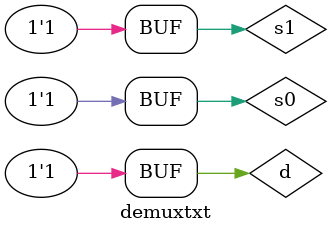
<source format=v>
`timescale 1ns / 1ps


module demuxtxt;

	// Inputs
	reg d;
	reg s1;
	reg s0;

	// Outputs
	wire d0;
	wire d1;
	wire d2;
	wire d3;

	// Instantiate the Unit Under Test (UUT)
	demux1 uut (
		.d(d), 
		.s1(s1), 
		.s0(s0), 
		.d0(d0), 
		.d1(d1), 
		.d2(d2), 
		.d3(d3)
	);

	initial begin
		// Initialize Inputs
		d = 1;
		s1 = 0;
		s0 = 0;

		// Wait 100 ns for global reset to finish
		#100;
        
//01
		d = 1;
		s1 = 0;
		s0 = 1;

		// Wait 100 ns for global reset to finish
		#100;
//10		
		d = 1;
		s1 = 1;
		s0 = 0;

		// Wait 100 ns for global reset to finish
		#100;
		
		d = 1;
		s1 = 1;
		s0 = 1;

		// Wait 100 ns for global reset to finish
		#100;
		// Add stimulus here

	end
      
endmodule

</source>
